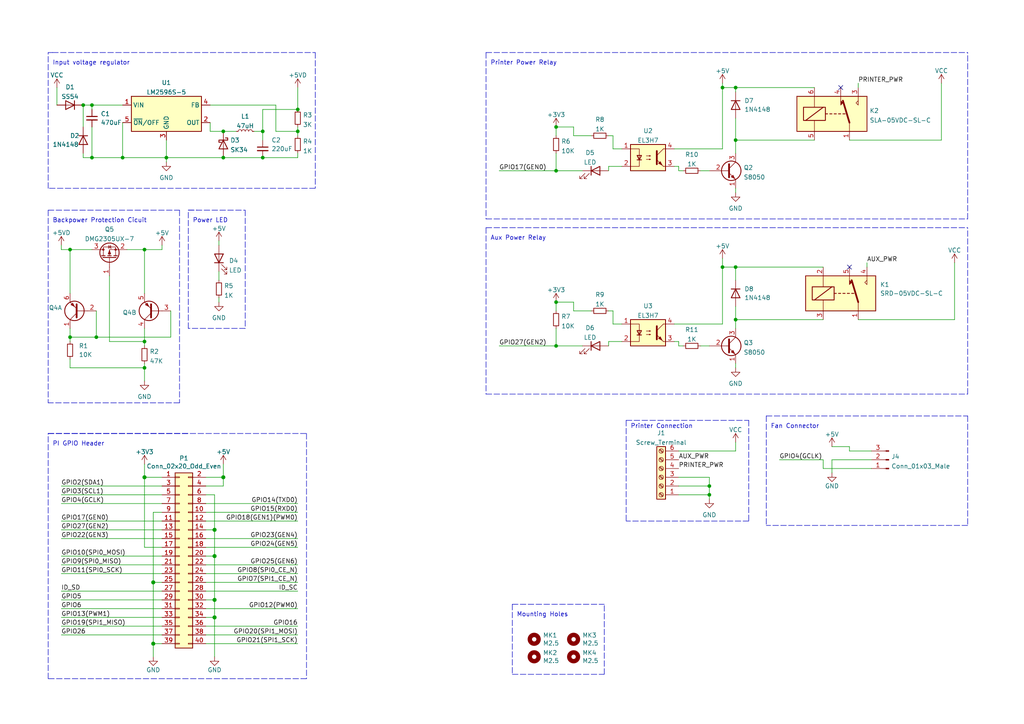
<source format=kicad_sch>
(kicad_sch (version 20211123) (generator eeschema)
  (paper "A4")
  (title_block (title "3D Printer Power HAT") (date "2022-01-21") (rev "1.0"))
  (lib_symbols
    (symbol "Connector:Conn_01x03_Male" (pin_names (offset 1.016) hide)
      (property "Reference" "J" (at 0 5.08 0))
      (property "Value" "Conn_01x03_Male" (at 0 -5.08 0))
      (symbol "Conn_01x03_Male_1_1"
        (pin passive line (at 5.08 2.54 180) (length 3.81) (name "Pin_1") (number "1"))
        (pin passive line (at 5.08 0 180) (length 3.81) (name "Pin_2") (number "2"))
        (pin passive line (at 5.08 -2.54 180) (length 3.81) (name "Pin_3") (number "3"))
      )
    )
    (symbol "Connector:Screw_Terminal_01x06" (pin_names (offset 1.016) hide)
      (property "Reference" "J" (at 0 7.62 0))
      (property "Value" "Screw_Terminal_01x06" (at 0 -10.16 0))
      (symbol "Screw_Terminal_01x06_1_1"
        (pin passive line (at -5.08 5.08 0) (length 3.81) (name "Pin_1") (number "1"))
        (pin passive line (at -5.08 2.54 0) (length 3.81) (name "Pin_2") (number "2"))
        (pin passive line (at -5.08 0 0) (length 3.81) (name "Pin_3") (number "3"))
        (pin passive line (at -5.08 -2.54 0) (length 3.81) (name "Pin_4") (number "4"))
        (pin passive line (at -5.08 -5.08 0) (length 3.81) (name "Pin_5") (number "5"))
        (pin passive line (at -5.08 -7.62 0) (length 3.81) (name "Pin_6") (number "6"))
      )
    )
    (symbol "Connector_Generic:Conn_02x20_Odd_Even" (pin_names (offset 1.016) hide)
      (property "Reference" "P1" (at 1.27 28.3718 0))
      (property "Value" "Conn_02x20_Odd_Even" (at 1.27 26.0604 0))
      (symbol "Conn_02x20_Odd_Even_1_1"
        (pin power_out line (at -5.08 22.86 0) (length 3.81) (name "Pin_1") (number "1"))
        (pin passive line (at 7.62 12.7 180) (length 3.81) (name "Pin_10") (number "10"))
        (pin passive line (at -5.08 10.16 0) (length 3.81) (name "Pin_11") (number "11"))
        (pin passive line (at 7.62 10.16 180) (length 3.81) (name "Pin_12") (number "12"))
        (pin passive line (at -5.08 7.62 0) (length 3.81) (name "Pin_13") (number "13"))
        (pin passive line (at 7.62 7.62 180) (length 3.81) (name "Pin_14") (number "14"))
        (pin passive line (at -5.08 5.08 0) (length 3.81) (name "Pin_15") (number "15"))
        (pin passive line (at 7.62 5.08 180) (length 3.81) (name "Pin_16") (number "16"))
        (pin power_out line (at -5.08 2.54 0) (length 3.81) (name "Pin_17") (number "17"))
        (pin passive line (at 7.62 2.54 180) (length 3.81) (name "Pin_18") (number "18"))
        (pin passive line (at -5.08 0 0) (length 3.81) (name "Pin_19") (number "19"))
        (pin bidirectional line (at 7.62 22.86 180) (length 3.81) (name "Pin_2") (number "2"))
        (pin passive line (at 7.62 0 180) (length 3.81) (name "Pin_20") (number "20"))
        (pin passive line (at -5.08 -2.54 0) (length 3.81) (name "Pin_21") (number "21"))
        (pin passive line (at 7.62 -2.54 180) (length 3.81) (name "Pin_22") (number "22"))
        (pin passive line (at -5.08 -5.08 0) (length 3.81) (name "Pin_23") (number "23"))
        (pin passive line (at 7.62 -5.08 180) (length 3.81) (name "Pin_24") (number "24"))
        (pin passive line (at -5.08 -7.62 0) (length 3.81) (name "Pin_25") (number "25"))
        (pin passive line (at 7.62 -7.62 180) (length 3.81) (name "Pin_26") (number "26"))
        (pin passive line (at -5.08 -10.16 0) (length 3.81) (name "Pin_27") (number "27"))
        (pin passive line (at 7.62 -10.16 180) (length 3.81) (name "Pin_28") (number "28"))
        (pin passive line (at -5.08 -12.7 0) (length 3.81) (name "Pin_29") (number "29"))
        (pin passive line (at -5.08 20.32 0) (length 3.81) (name "Pin_3") (number "3"))
        (pin passive line (at 7.62 -12.7 180) (length 3.81) (name "Pin_30") (number "30"))
        (pin passive line (at -5.08 -15.24 0) (length 3.81) (name "Pin_31") (number "31"))
        (pin passive line (at 7.62 -15.24 180) (length 3.81) (name "Pin_32") (number "32"))
        (pin passive line (at -5.08 -17.78 0) (length 3.81) (name "Pin_33") (number "33"))
        (pin passive line (at 7.62 -17.78 180) (length 3.81) (name "Pin_34") (number "34"))
        (pin passive line (at -5.08 -20.32 0) (length 3.81) (name "Pin_35") (number "35"))
        (pin passive line (at 7.62 -20.32 180) (length 3.81) (name "Pin_36") (number "36"))
        (pin passive line (at -5.08 -22.86 0) (length 3.81) (name "Pin_37") (number "37"))
        (pin passive line (at 7.62 -22.86 180) (length 3.81) (name "Pin_38") (number "38"))
        (pin passive line (at -5.08 -25.4 0) (length 3.81) (name "Pin_39") (number "39"))
        (pin bidirectional line (at 7.62 20.32 180) (length 3.81) (name "Pin_4") (number "4"))
        (pin passive line (at 7.62 -25.4 180) (length 3.81) (name "Pin_40") (number "40"))
        (pin passive line (at -5.08 17.78 0) (length 3.81) (name "Pin_5") (number "5"))
        (pin passive line (at 7.62 17.78 180) (length 3.81) (name "Pin_6") (number "6"))
        (pin passive line (at -5.08 15.24 0) (length 3.81) (name "Pin_7") (number "7"))
        (pin passive line (at 7.62 15.24 180) (length 3.81) (name "Pin_8") (number "8"))
        (pin passive line (at -5.08 12.7 0) (length 3.81) (name "Pin_9") (number "9"))
      )
    )
    (symbol "Device:C_Small" (pin_numbers hide) (pin_names (offset 0.254) hide)
      (property "Reference" "C" (at 0.254 1.778 0))
      (property "Value" "C_Small" (at 0.254 -2.032 0))
      (symbol "C_Small_1_1"
        (pin passive line (at 0 2.54 270) (length 2.032) (name "~") (number "1"))
        (pin passive line (at 0 -2.54 90) (length 2.032) (name "~") (number "2"))
      )
    )
    (symbol "Device:D_Schottky" (pin_numbers hide) (pin_names (offset 1.016) hide)
      (property "Reference" "D" (at 0 2.54 0))
      (property "Value" "D_Schottky" (at 0 -2.54 0))
      (symbol "D_Schottky_1_1"
        (pin passive line (at -3.81 0 0) (length 2.54) (name "K") (number "1"))
        (pin passive line (at 3.81 0 180) (length 2.54) (name "A") (number "2"))
      )
    )
    (symbol "Device:LED" (pin_numbers hide) (pin_names (offset 1.016) hide)
      (property "Reference" "D" (at 0 2.54 0))
      (property "Value" "LED" (at 0 -2.54 0))
      (symbol "LED_1_1"
        (pin passive line (at -3.81 0 0) (length 2.54) (name "K") (number "1"))
        (pin passive line (at 3.81 0 180) (length 2.54) (name "A") (number "2"))
      )
    )
    (symbol "Device:L_Small" (pin_numbers hide) (pin_names (offset 0.254) hide)
      (property "Reference" "L" (at 0.762 1.016 0))
      (property "Value" "L_Small" (at 0.762 -1.016 0))
      (symbol "L_Small_1_1"
        (pin passive line (at 0 2.54 270) (length 0.508) (name "~") (number "1"))
        (pin passive line (at 0 -2.54 90) (length 0.508) (name "~") (number "2"))
      )
    )
    (symbol "Device:Q_Dual_PNP_PNP_C1B1B2C2E2E1" (pin_names (offset 0) hide)
      (property "Reference" "Q" (at 5.08 1.27 0))
      (property "Value" "Q_Dual_PNP_PNP_C1B1B2C2E2E1" (at 5.08 -1.27 0))
      (symbol "Q_Dual_PNP_PNP_C1B1B2C2E2E1_1_1"
        (pin passive line (at 2.54 5.08 270) (length 2.54) (name "C1") (number "1"))
        (pin input line (at -5.08 0 0) (length 2.54) (name "B1") (number "2"))
        (pin passive line (at 2.54 -5.08 90) (length 2.54) (name "E1") (number "6"))
      )
      (symbol "Q_Dual_PNP_PNP_C1B1B2C2E2E1_2_1"
        (pin input line (at -5.08 0 0) (length 2.54) (name "B2") (number "3"))
        (pin passive line (at 2.54 5.08 270) (length 2.54) (name "C2") (number "4"))
        (pin passive line (at 2.54 -5.08 90) (length 2.54) (name "E2") (number "5"))
      )
    )
    (symbol "Device:R_Small" (pin_numbers hide) (pin_names (offset 0.254) hide)
      (property "Reference" "R" (at 0.762 0.508 0))
      (property "Value" "R_Small" (at 0.762 -1.016 0))
      (symbol "R_Small_1_1"
        (pin passive line (at 0 2.54 270) (length 0.762) (name "~") (number "1"))
        (pin passive line (at 0 -2.54 90) (length 0.762) (name "~") (number "2"))
      )
    )
    (symbol "Diode:LL4148" (pin_numbers hide) (pin_names (offset 1.016) hide)
      (property "Reference" "D" (at 0 2.54 0))
      (property "Value" "LL4148" (at 0 -2.54 0))
      (symbol "LL4148_1_1"
        (pin passive line (at -3.81 0 0) (length 2.54) (name "K") (number "1"))
        (pin passive line (at 3.81 0 180) (length 2.54) (name "A") (number "2"))
      )
    )
    (symbol "Isolator:PC817" (pin_names (offset 1.016))
      (property "Reference" "U" (at -5.08 5.08 0))
      (property "Value" "PC817" (at 0 5.08 0))
      (symbol "PC817_1_1"
        (pin passive line (at -7.62 2.54 0) (length 2.54) (name "~") (number "1"))
        (pin passive line (at -7.62 -2.54 0) (length 2.54) (name "~") (number "2"))
        (pin passive line (at 7.62 -2.54 180) (length 2.54) (name "~") (number "3"))
        (pin passive line (at 7.62 2.54 180) (length 2.54) (name "~") (number "4"))
      )
    )
    (symbol "Library:SLA-05VDC-SL-C" (pin_names (offset 0.762))
      (property "Reference" "K" (at 29.21 7.62 0))
      (property "Value" "SLA-05VDC-SL-C" (at 29.21 5.08 0))
      (symbol "SLA-05VDC-SL-C_1_1"
        (pin passive line (at 21.59 -11.43 90) (length 2.54) (name "~") (number "1"))
        (pin passive line (at 21.59 -11.43 90) (length 2.54) hide (name "~") (number "2"))
        (pin passive line (at 24.13 3.81 270) (length 2.54) (name "") (number "3"))
        (pin passive line (at 19.05 3.81 270) (length 2.54) (name "~") (number "4"))
        (pin passive line (at 11.43 -11.43 90) (length 2.54) (name "~") (number "5"))
        (pin passive line (at 11.43 3.81 270) (length 2.54) (name "~") (number "6"))
      )
    )
    (symbol "Library:SRD-05VDC-SL-C" (pin_names (offset 0.762))
      (property "Reference" "K" (at 19.05 12.7 0))
      (property "Value" "SRD-05VDC-SL-C" (at 19.05 10.16 0))
      (symbol "SRD-05VDC-SL-C_1_1"
        (pin passive line (at 10.16 -5.08 90) (length 2.54) (name "~") (number "1"))
        (pin passive line (at 0 10.16 270) (length 2.54) (name "~") (number "2"))
        (pin passive line (at 0 -5.08 90) (length 2.54) (name "~") (number "3"))
        (pin passive line (at 12.7 10.16 270) (length 2.54) (name "~") (number "4"))
        (pin passive line (at 7.62 10.16 270) (length 2.54) (name "~") (number "5"))
      )
    )
    (symbol "Mechanical:MountingHole" (pin_names (offset 1.016))
      (property "Reference" "H" (at 0 5.08 0))
      (property "Value" "MountingHole" (at 0 3.175 0))
    )
    (symbol "Regulator_Switching:LM2596S-5"
      (property "Reference" "U" (at -10.16 6.35 0))
      (property "Value" "LM2596S-5" (at 0 6.35 0))
      (symbol "LM2596S-5_1_1"
        (pin power_in line (at -12.7 2.54 0) (length 2.54) (name "VIN") (number "1"))
        (pin output line (at 12.7 -2.54 180) (length 2.54) (name "OUT") (number "2"))
        (pin power_in line (at 0 -7.62 90) (length 2.54) (name "GND") (number "3"))
        (pin input line (at 12.7 2.54 180) (length 2.54) (name "FB") (number "4"))
        (pin input line (at -12.7 -2.54 0) (length 2.54) (name "~{ON}/OFF") (number "5"))
      )
    )
    (symbol "Transistor_BJT:S8050" (pin_names (offset 0) hide)
      (property "Reference" "Q" (at 5.08 1.905 0))
      (property "Value" "S8050" (at 5.08 0 0))
      (symbol "S8050_1_1"
        (pin passive line (at 2.54 -5.08 90) (length 2.54) (name "E") (number "1"))
        (pin input line (at -5.08 0 0) (length 5.08) (name "B") (number "2"))
        (pin passive line (at 2.54 5.08 270) (length 2.54) (name "C") (number "3"))
      )
    )
    (symbol "Transistor_FET:TP0610T" (pin_names hide)
      (property "Reference" "Q" (at 5.08 1.905 0))
      (property "Value" "TP0610T" (at 5.08 0 0))
      (symbol "TP0610T_1_1"
        (pin input line (at -5.08 0 0) (length 2.54) (name "G") (number "1"))
        (pin passive line (at 2.54 -5.08 90) (length 2.54) (name "S") (number "2"))
        (pin passive line (at 2.54 5.08 270) (length 2.54) (name "D") (number "3"))
      )
    )
    (symbol "power:+3.3V" (power) (pin_names (offset 0))
      (property "Value" "+3.3V" (at 0 3.556 0))
      (symbol "+3.3V_1_1"
        (pin power_in line (at 0 0 90) (length 0) hide (name "+3V3") (number "1"))
      )
    )
    (symbol "power:+5V" (power) (pin_names (offset 0))
      (property "Value" "+5V" (at 0 3.556 0))
      (symbol "+5V_1_1"
        (pin power_in line (at 0 0 90) (length 0) hide (name "+5V") (number "1"))
      )
    )
    (symbol "power:+5VD" (power) (pin_names (offset 0))
      (property "Value" "+5VD" (at 0 3.556 0))
      (symbol "+5VD_1_1"
        (pin power_in line (at 0 0 90) (length 0) hide (name "+5VD") (number "1"))
      )
    )
    (symbol "power:GND" (power) (pin_names (offset 0))
      (property "Value" "GND" (at 0 -3.81 0))
      (symbol "GND_1_1"
        (pin power_in line (at 0 0 270) (length 0) hide (name "GND") (number "1"))
      )
    )
    (symbol "power:VCC" (power) (pin_names (offset 0))
      (property "Value" "VCC" (at 0 3.81 0))
      (symbol "VCC_1_1"
        (pin power_in line (at 0 0 90) (length 0) hide (name "VCC") (number "1"))
      )
    )
  )
  (junction (at 64.77 45.72))
  (junction (at 41.91 106.68))
  (junction (at 205.74 143.51))
  (junction (at 48.26 45.72))
  (junction (at 20.32 72.39))
  (junction (at 62.23 153.67) (diameter 1.016))
  (junction (at 205.74 140.97))
  (junction (at 209.55 77.47))
  (junction (at 62.23 161.29) (diameter 1.016))
  (junction (at 161.29 49.53))
  (junction (at 64.77 38.1))
  (junction (at 213.36 92.71))
  (junction (at 44.45 186.69) (diameter 1.016))
  (junction (at 213.36 77.47))
  (junction (at 86.36 38.1))
  (junction (at 20.32 97.79))
  (junction (at 76.2 38.1))
  (junction (at 44.45 168.91) (diameter 1.016))
  (junction (at 62.23 179.07) (diameter 1.016))
  (junction (at 41.91 138.43) (diameter 1.016))
  (junction (at 26.67 45.72))
  (junction (at 26.67 30.48))
  (junction (at 76.2 45.72))
  (junction (at 213.36 25.4))
  (junction (at 24.13 30.48))
  (junction (at 41.91 72.39))
  (junction (at 86.36 31.75))
  (junction (at 161.29 87.63))
  (junction (at 161.29 36.83))
  (junction (at 64.77 138.43) (diameter 1.016))
  (junction (at 209.55 25.4))
  (junction (at 213.36 40.64))
  (junction (at 161.29 100.33))
  (junction (at 35.56 45.72))
  (junction (at 41.91 99.06))
  (junction (at 27.94 97.79))
  (junction (at 62.23 173.99) (diameter 1.016))
  (no_connect (at 243.84 25.4))
  (no_connect (at 246.38 77.47))
  (wire (pts (xy 213.36 92.71) (xy 238.76 92.71)))
  (wire (pts (xy 20.32 72.39) (xy 20.32 85.09)))
  (polyline (pts (xy 88.9 125.73) (xy 88.9 196.85)))
  (wire (pts (xy 80.01 38.1) (xy 86.36 38.1)))
  (polyline (pts (xy 280.67 152.4) (xy 222.25 152.4)))
  (polyline (pts (xy 175.26 195.58) (xy 175.26 175.26)))
  (polyline (pts (xy 52.07 116.84) (xy 13.97 116.84)))
  (wire (pts (xy 41.91 138.43) (xy 46.99 138.43)))
  (wire (pts (xy 246.38 130.81) (xy 252.73 130.81)))
  (polyline (pts (xy 140.97 114.3) (xy 280.67 114.3)))
  (wire (pts (xy 73.66 38.1) (xy 76.2 38.1)))
  (wire (pts (xy 166.37 87.63) (xy 161.29 87.63)))
  (wire (pts (xy 176.53 39.37) (xy 177.8 39.37)))
  (wire (pts (xy 59.69 181.61) (xy 86.36 181.61)))
  (wire (pts (xy 144.78 100.33) (xy 161.29 100.33)))
  (wire (pts (xy 64.77 138.43) (xy 64.77 140.97)))
  (wire (pts (xy 213.36 40.64) (xy 236.22 40.64)))
  (wire (pts (xy 64.77 45.72) (xy 76.2 45.72)))
  (wire (pts (xy 36.83 72.39) (xy 41.91 72.39)))
  (wire (pts (xy 196.85 48.26) (xy 195.58 48.26)))
  (wire (pts (xy 41.91 72.39) (xy 46.99 72.39)))
  (wire (pts (xy 62.23 153.67) (xy 62.23 161.29)))
  (wire (pts (xy 27.94 90.17) (xy 27.94 97.79)))
  (wire (pts (xy 166.37 90.17) (xy 166.37 87.63)))
  (wire (pts (xy 59.69 146.05) (xy 86.36 146.05)))
  (wire (pts (xy 27.94 97.79) (xy 20.32 97.79)))
  (polyline (pts (xy 140.97 63.5) (xy 280.67 63.5)))
  (wire (pts (xy 16.51 25.4) (xy 16.51 30.48)))
  (polyline (pts (xy 54.61 60.96) (xy 71.12 60.96)))
  (polyline (pts (xy 222.25 120.65) (xy 280.67 120.65)))
  (wire (pts (xy 60.96 30.48) (xy 80.01 30.48)))
  (wire (pts (xy 203.2 49.53) (xy 205.74 49.53)))
  (wire (pts (xy 198.12 49.53) (xy 196.85 49.53)))
  (polyline (pts (xy 140.97 15.24) (xy 280.67 15.24)))
  (wire (pts (xy 213.36 92.71) (xy 213.36 95.25)))
  (wire (pts (xy 86.36 45.72) (xy 76.2 45.72)))
  (wire (pts (xy 198.12 100.33) (xy 196.85 100.33)))
  (wire (pts (xy 209.55 74.93) (xy 209.55 77.47)))
  (wire (pts (xy 86.36 44.45) (xy 86.36 45.72)))
  (wire (pts (xy 176.53 90.17) (xy 177.8 90.17)))
  (polyline (pts (xy 280.67 114.3) (xy 280.67 66.04)))
  (polyline (pts (xy 13.97 196.85) (xy 13.97 125.73)))
  (wire (pts (xy 49.53 97.79) (xy 27.94 97.79)))
  (wire (pts (xy 62.23 143.51) (xy 59.69 143.51)))
  (wire (pts (xy 273.05 40.64) (xy 246.38 40.64)))
  (wire (pts (xy 59.69 176.53) (xy 86.36 176.53)))
  (polyline (pts (xy 148.59 195.58) (xy 175.26 195.58)))
  (wire (pts (xy 17.78 163.83) (xy 46.99 163.83)))
  (wire (pts (xy 273.05 24.13) (xy 273.05 40.64)))
  (wire (pts (xy 251.46 76.2) (xy 251.46 77.47)))
  (wire (pts (xy 195.58 93.98) (xy 209.55 93.98)))
  (wire (pts (xy 176.53 100.33) (xy 176.53 99.06)))
  (wire (pts (xy 46.99 171.45) (xy 17.78 171.45)))
  (wire (pts (xy 171.45 90.17) (xy 166.37 90.17)))
  (wire (pts (xy 62.23 153.67) (xy 59.69 153.67)))
  (wire (pts (xy 241.3 133.35) (xy 252.73 133.35)))
  (wire (pts (xy 205.74 144.78) (xy 205.74 143.51)))
  (wire (pts (xy 41.91 138.43) (xy 41.91 158.75)))
  (wire (pts (xy 17.78 173.99) (xy 46.99 173.99)))
  (wire (pts (xy 24.13 45.72) (xy 26.67 45.72)))
  (wire (pts (xy 205.74 143.51) (xy 196.85 143.51)))
  (wire (pts (xy 24.13 30.48) (xy 24.13 36.83)))
  (wire (pts (xy 26.67 45.72) (xy 35.56 45.72)))
  (wire (pts (xy 238.76 135.89) (xy 252.73 135.89)))
  (wire (pts (xy 64.77 38.1) (xy 68.58 38.1)))
  (wire (pts (xy 171.45 39.37) (xy 166.37 39.37)))
  (polyline (pts (xy 13.97 54.61) (xy 13.97 15.24)))
  (polyline (pts (xy 280.67 120.65) (xy 280.67 152.4)))
  (wire (pts (xy 44.45 148.59) (xy 46.99 148.59)))
  (wire (pts (xy 213.36 34.29) (xy 213.36 40.64)))
  (wire (pts (xy 62.23 161.29) (xy 59.69 161.29)))
  (wire (pts (xy 46.99 140.97) (xy 17.78 140.97)))
  (wire (pts (xy 59.69 186.69) (xy 86.36 186.69)))
  (wire (pts (xy 63.5 78.74) (xy 63.5 81.28)))
  (polyline (pts (xy 181.61 121.92) (xy 181.61 151.13)))
  (wire (pts (xy 76.2 38.1) (xy 76.2 31.75)))
  (polyline (pts (xy 71.12 95.25) (xy 54.61 95.25)))
  (polyline (pts (xy 13.97 125.73) (xy 88.9 125.73)))
  (wire (pts (xy 196.85 99.06) (xy 195.58 99.06)))
  (wire (pts (xy 213.36 25.4) (xy 209.55 25.4)))
  (wire (pts (xy 20.32 104.14) (xy 20.32 106.68)))
  (wire (pts (xy 41.91 95.25) (xy 41.91 99.06)))
  (wire (pts (xy 241.3 133.35) (xy 241.3 137.16)))
  (wire (pts (xy 17.78 181.61) (xy 46.99 181.61)))
  (wire (pts (xy 17.78 156.21) (xy 46.99 156.21)))
  (wire (pts (xy 31.75 99.06) (xy 41.91 99.06)))
  (polyline (pts (xy 148.59 175.26) (xy 148.59 195.58)))
  (polyline (pts (xy 13.97 15.24) (xy 15.24 15.24)))
  (wire (pts (xy 196.85 49.53) (xy 196.85 48.26)))
  (wire (pts (xy 161.29 95.25) (xy 161.29 100.33)))
  (wire (pts (xy 59.69 168.91) (xy 86.36 168.91)))
  (wire (pts (xy 17.78 184.15) (xy 46.99 184.15)))
  (wire (pts (xy 205.74 138.43) (xy 205.74 140.97)))
  (wire (pts (xy 166.37 39.37) (xy 166.37 36.83)))
  (wire (pts (xy 46.99 72.39) (xy 46.99 71.12)))
  (wire (pts (xy 20.32 106.68) (xy 41.91 106.68)))
  (polyline (pts (xy 217.17 121.92) (xy 217.17 151.13)))
  (wire (pts (xy 41.91 72.39) (xy 41.91 85.09)))
  (wire (pts (xy 213.36 88.9) (xy 213.36 92.71)))
  (wire (pts (xy 76.2 38.1) (xy 76.2 40.64)))
  (wire (pts (xy 59.69 158.75) (xy 86.36 158.75)))
  (wire (pts (xy 166.37 36.83) (xy 161.29 36.83)))
  (wire (pts (xy 213.36 130.81) (xy 213.36 128.27)))
  (wire (pts (xy 41.91 158.75) (xy 46.99 158.75)))
  (wire (pts (xy 176.53 49.53) (xy 176.53 48.26)))
  (wire (pts (xy 46.99 161.29) (xy 17.78 161.29)))
  (wire (pts (xy 17.78 143.51) (xy 46.99 143.51)))
  (wire (pts (xy 62.23 173.99) (xy 62.23 179.07)))
  (wire (pts (xy 44.45 168.91) (xy 44.45 186.69)))
  (polyline (pts (xy 140.97 15.24) (xy 140.97 63.5)))
  (wire (pts (xy 76.2 31.75) (xy 86.36 31.75)))
  (wire (pts (xy 20.32 97.79) (xy 20.32 99.06)))
  (wire (pts (xy 26.67 30.48) (xy 35.56 30.48)))
  (wire (pts (xy 64.77 138.43) (xy 59.69 138.43)))
  (wire (pts (xy 41.91 106.68) (xy 41.91 110.49)))
  (wire (pts (xy 203.2 100.33) (xy 205.74 100.33)))
  (wire (pts (xy 64.77 140.97) (xy 59.69 140.97)))
  (wire (pts (xy 17.78 72.39) (xy 20.32 72.39)))
  (wire (pts (xy 177.8 93.98) (xy 180.34 93.98)))
  (wire (pts (xy 44.45 186.69) (xy 46.99 186.69)))
  (wire (pts (xy 241.3 129.54) (xy 246.38 129.54)))
  (wire (pts (xy 41.91 105.41) (xy 41.91 106.68)))
  (wire (pts (xy 26.67 36.83) (xy 26.67 45.72)))
  (wire (pts (xy 205.74 140.97) (xy 205.74 143.51)))
  (wire (pts (xy 20.32 72.39) (xy 26.67 72.39)))
  (wire (pts (xy 44.45 148.59) (xy 44.45 168.91)))
  (wire (pts (xy 209.55 24.13) (xy 209.55 25.4)))
  (wire (pts (xy 226.06 133.35) (xy 238.76 133.35)))
  (wire (pts (xy 59.69 163.83) (xy 86.36 163.83)))
  (polyline (pts (xy 13.97 60.96) (xy 52.07 60.96)))
  (wire (pts (xy 20.32 95.25) (xy 20.32 97.79)))
  (polyline (pts (xy 217.17 151.13) (xy 181.61 151.13)))
  (wire (pts (xy 48.26 40.64) (xy 48.26 45.72)))
  (wire (pts (xy 161.29 44.45) (xy 161.29 49.53)))
  (wire (pts (xy 86.36 25.4) (xy 86.36 31.75)))
  (wire (pts (xy 24.13 44.45) (xy 24.13 45.72)))
  (wire (pts (xy 62.23 143.51) (xy 62.23 153.67)))
  (wire (pts (xy 161.29 87.63) (xy 161.29 90.17)))
  (wire (pts (xy 276.86 92.71) (xy 248.92 92.71)))
  (wire (pts (xy 60.96 38.1) (xy 60.96 35.56)))
  (wire (pts (xy 62.23 173.99) (xy 59.69 173.99)))
  (wire (pts (xy 161.29 100.33) (xy 168.91 100.33)))
  (wire (pts (xy 161.29 49.53) (xy 168.91 49.53)))
  (polyline (pts (xy 52.07 60.96) (xy 52.07 116.84)))
  (wire (pts (xy 62.23 179.07) (xy 62.23 190.5)))
  (wire (pts (xy 35.56 35.56) (xy 35.56 45.72)))
  (wire (pts (xy 17.78 166.37) (xy 46.99 166.37)))
  (wire (pts (xy 62.23 179.07) (xy 59.69 179.07)))
  (wire (pts (xy 17.78 176.53) (xy 46.99 176.53)))
  (wire (pts (xy 213.36 105.41) (xy 213.36 106.68)))
  (wire (pts (xy 17.78 146.05) (xy 46.99 146.05)))
  (wire (pts (xy 80.01 30.48) (xy 80.01 38.1)))
  (wire (pts (xy 31.75 80.01) (xy 31.75 99.06)))
  (polyline (pts (xy 280.67 63.5) (xy 280.67 15.24)))
  (wire (pts (xy 213.36 25.4) (xy 236.22 25.4)))
  (polyline (pts (xy 15.24 15.24) (xy 91.44 15.24)))
  (wire (pts (xy 213.36 25.4) (xy 213.36 26.67)))
  (wire (pts (xy 248.92 24.13) (xy 248.92 25.4)))
  (wire (pts (xy 48.26 46.99) (xy 48.26 45.72)))
  (wire (pts (xy 17.78 153.67) (xy 46.99 153.67)))
  (polyline (pts (xy 54.61 95.25) (xy 54.61 60.96)))
  (polyline (pts (xy 91.44 15.24) (xy 91.44 54.61)))
  (polyline (pts (xy 71.12 60.96) (xy 71.12 95.25)))
  (wire (pts (xy 44.45 186.69) (xy 44.45 190.5)))
  (wire (pts (xy 48.26 45.72) (xy 64.77 45.72)))
  (wire (pts (xy 62.23 161.29) (xy 62.23 173.99)))
  (wire (pts (xy 59.69 148.59) (xy 86.36 148.59)))
  (wire (pts (xy 176.53 48.26) (xy 180.34 48.26)))
  (wire (pts (xy 177.8 39.37) (xy 177.8 43.18)))
  (wire (pts (xy 63.5 86.36) (xy 63.5 87.63)))
  (wire (pts (xy 246.38 129.54) (xy 246.38 130.81)))
  (wire (pts (xy 59.69 171.45) (xy 86.36 171.45)))
  (polyline (pts (xy 181.61 121.92) (xy 217.17 121.92)))
  (wire (pts (xy 41.91 134.62) (xy 41.91 138.43)))
  (wire (pts (xy 59.69 151.13) (xy 86.36 151.13)))
  (polyline (pts (xy 13.97 125.73) (xy 54.61 125.73)))
  (wire (pts (xy 41.91 99.06) (xy 41.91 100.33)))
  (wire (pts (xy 196.85 138.43) (xy 205.74 138.43)))
  (polyline (pts (xy 54.61 60.96) (xy 57.15 60.96)))
  (wire (pts (xy 238.76 133.35) (xy 238.76 135.89)))
  (wire (pts (xy 59.69 166.37) (xy 86.36 166.37)))
  (wire (pts (xy 161.29 36.83) (xy 161.29 39.37)))
  (polyline (pts (xy 13.97 60.96) (xy 13.97 116.84)))
  (wire (pts (xy 17.78 71.12) (xy 17.78 72.39)))
  (wire (pts (xy 196.85 140.97) (xy 205.74 140.97)))
  (wire (pts (xy 177.8 90.17) (xy 177.8 93.98)))
  (wire (pts (xy 63.5 69.85) (xy 63.5 71.12)))
  (wire (pts (xy 176.53 99.06) (xy 180.34 99.06)))
  (wire (pts (xy 209.55 25.4) (xy 209.55 43.18)))
  (wire (pts (xy 86.36 36.83) (xy 86.36 38.1)))
  (wire (pts (xy 59.69 156.21) (xy 86.36 156.21)))
  (wire (pts (xy 60.96 38.1) (xy 64.77 38.1)))
  (wire (pts (xy 213.36 81.28) (xy 213.36 77.47)))
  (wire (pts (xy 46.99 151.13) (xy 17.78 151.13)))
  (wire (pts (xy 144.78 49.53) (xy 161.29 49.53)))
  (wire (pts (xy 177.8 43.18) (xy 180.34 43.18)))
  (wire (pts (xy 24.13 30.48) (xy 26.67 30.48)))
  (wire (pts (xy 213.36 54.61) (xy 213.36 55.88)))
  (wire (pts (xy 213.36 77.47) (xy 238.76 77.47)))
  (polyline (pts (xy 222.25 120.65) (xy 222.25 152.4)))
  (wire (pts (xy 213.36 40.64) (xy 213.36 44.45)))
  (wire (pts (xy 86.36 38.1) (xy 86.36 39.37)))
  (wire (pts (xy 59.69 184.15) (xy 86.36 184.15)))
  (wire (pts (xy 44.45 168.91) (xy 46.99 168.91)))
  (wire (pts (xy 64.77 134.62) (xy 64.77 138.43)))
  (polyline (pts (xy 91.44 54.61) (xy 13.97 54.61)))
  (wire (pts (xy 35.56 45.72) (xy 48.26 45.72)))
  (wire (pts (xy 209.55 77.47) (xy 213.36 77.47)))
  (wire (pts (xy 26.67 30.48) (xy 26.67 31.75)))
  (wire (pts (xy 209.55 77.47) (xy 209.55 93.98)))
  (wire (pts (xy 196.85 130.81) (xy 213.36 130.81)))
  (wire (pts (xy 276.86 76.2) (xy 276.86 92.71)))
  (polyline (pts (xy 148.59 175.26) (xy 175.26 175.26)))
  (polyline (pts (xy 140.97 66.04) (xy 140.97 114.3)))
  (wire (pts (xy 195.58 43.18) (xy 209.55 43.18)))
  (wire (pts (xy 49.53 90.17) (xy 49.53 97.79)))
  (polyline (pts (xy 140.97 66.04) (xy 280.67 66.04)))
  (wire (pts (xy 196.85 100.33) (xy 196.85 99.06)))
  (wire (pts (xy 46.99 179.07) (xy 17.78 179.07)))
  (polyline (pts (xy 88.9 196.85) (xy 13.97 196.85)))
  (text "Power LED" (at 55.88 64.77 0) (effects (font (size 1.27 1.27)) (justify left bottom)))
  (text "Backpower Protection Cicuit" (at 15.24 64.77 0) (effects (font (size 1.27 1.27)) (justify left bottom)))
  (text "Input voltage regulator" (at 15.24 19.05 0) (effects (font (size 1.27 1.27)) (justify left bottom)))
  (text "Aux Power Relay" (at 142.24 69.85 0) (effects (font (size 1.27 1.27)) (justify left bottom)))
  (text "Printer Power Relay" (at 142.24 19.05 0) (effects (font (size 1.27 1.27)) (justify left bottom)))
  (text "Mounting Holes" (at 149.86 179.07 0) (effects (font (size 1.27 1.27)) (justify left bottom)))
  (text "Fan Connector" (at 223.52 124.46 0) (effects (font (size 1.27 1.27)) (justify left bottom)))
  (text "Printer Connection" (at 182.88 124.46 0) (effects (font (size 1.27 1.27)) (justify left bottom)))
  (text "PI GPIO Header" (at 15.24 129.54 0) (effects (font (size 1.27 1.27)) (justify left bottom)))
  (label "GPIO5" (at 17.78 173.99 0))
  (label "GPIO13(PWM1)" (at 17.78 179.07 0))
  (label "GPIO7(SPI1_CE_N)" (at 86.36 168.91 180))
  (label "AUX_PWR" (at 251.46 76.2 0))
  (label "GPIO25(GEN6)" (at 86.36 163.83 180))
  (label "ID_SD" (at 17.78 171.45 0))
  (label "GPIO17(GEN0)" (at 17.78 151.13 0))
  (label "GPIO20(SPI1_MOSI)" (at 86.36 184.15 180))
  (label "GPIO4(GCLK)" (at 226.06 133.35 0))
  (label "GPIO15(RXD0)" (at 86.36 148.59 180))
  (label "ID_SC" (at 86.36 171.45 180))
  (label "GPIO4(GCLK)" (at 17.78 146.05 0))
  (label "AUX_PWR" (at 196.85 133.35 0))
  (label "PRINTER_PWR" (at 196.85 135.89 0))
  (label "GPIO19(SPI1_MISO)" (at 17.78 181.61 0))
  (label "GPIO16" (at 86.36 181.61 180))
  (label "GPIO21(SPI1_SCK)" (at 86.36 186.69 180))
  (label "GPIO14(TXD0)" (at 86.36 146.05 180))
  (label "GPIO3(SCL1)" (at 17.78 143.51 0))
  (label "GPIO8(SPI0_CE_N)" (at 86.36 166.37 180))
  (label "GPIO6" (at 17.78 176.53 0))
  (label "GPIO27(GEN2)" (at 17.78 153.67 0))
  (label "GPIO26" (at 17.78 184.15 0))
  (label "GPIO24(GEN5)" (at 86.36 158.75 180))
  (label "GPIO18(GEN1)(PWM0)" (at 86.36 151.13 180))
  (label "GPIO23(GEN4)" (at 86.36 156.21 180))
  (label "GPIO27(GEN2)" (at 144.78 100.33 0))
  (label "GPIO9(SPI0_MISO)" (at 17.78 163.83 0))
  (label "GPIO10(SPI0_MOSI)" (at 17.78 161.29 0))
  (label "GPIO12(PWM0)" (at 86.36 176.53 180))
  (label "GPIO2(SDA1)" (at 17.78 140.97 0))
  (label "PRINTER_PWR" (at 248.92 24.13 0))
  (label "GPIO22(GEN3)" (at 17.78 156.21 0))
  (label "GPIO11(SPI0_SCK)" (at 17.78 166.37 0))
  (label "GPIO17(GEN0)" (at 144.78 49.53 0))
  (symbol (lib_id "power:+5V") (at 64.77 134.62 0) (unit 1)
    (property "Reference" "#PWR01" (effects hide))
    (property "Value" "+5V" (at 64.77 131.064 0))
  )
  (symbol (lib_id "power:+3.3V") (at 41.91 134.62 0) (unit 1)
    (property "Reference" "#PWR04" (effects hide))
    (property "Value" "+3.3V" (at 41.91 131.064 0))
  )
  (symbol (lib_id "power:GND") (at 62.23 190.5 0) (unit 1)
    (property "Reference" "#PWR02" (effects hide))
    (property "Value" "GND" (at 62.23 194.31 0))
  )
  (symbol (lib_id "power:GND") (at 44.45 190.5 0) (unit 1)
    (property "Reference" "#PWR03" (effects hide))
    (property "Value" "GND" (at 44.45 194.31 0))
  )
  (symbol (lib_id "Mechanical:MountingHole") (at 154.94 185.42 0) (unit 1)
    (property "Reference" "MK1" (at 157.48 184.2516 0) (effects (justify left)))
    (property "Value" "M2.5" (at 157.48 186.563 0) (effects (justify left)))
    (property "Footprint" "MountingHole:MountingHole_2.7mm_M2.5_Pad" (effects hide))
  )
  (symbol (lib_id "Mechanical:MountingHole") (at 166.37 185.42 0) (unit 1)
    (property "Reference" "MK3" (at 168.91 184.2516 0) (effects (justify left)))
    (property "Value" "M2.5" (at 168.91 186.563 0) (effects (justify left)))
    (property "Footprint" "MountingHole:MountingHole_2.7mm_M2.5_Pad" (effects hide))
  )
  (symbol (lib_id "Mechanical:MountingHole") (at 154.94 190.5 0) (unit 1)
    (property "Reference" "MK2" (at 157.48 189.3316 0) (effects (justify left)))
    (property "Value" "M2.5" (at 157.48 191.643 0) (effects (justify left)))
    (property "Footprint" "MountingHole:MountingHole_2.7mm_M2.5_Pad" (effects hide))
  )
  (symbol (lib_id "Mechanical:MountingHole") (at 166.37 190.5 0) (unit 1)
    (property "Reference" "MK4" (at 168.91 189.3316 0) (effects (justify left)))
    (property "Value" "M2.5" (at 168.91 191.643 0) (effects (justify left)))
    (property "Footprint" "MountingHole:MountingHole_2.7mm_M2.5_Pad" (effects hide))
  )
  (symbol (lib_id "Connector_Generic:Conn_02x20_Odd_Even") (at 52.07 161.29 0) (unit 1)
    (property "Reference" "P1" (at 53.34 132.9182 0))
    (property "Value" "Conn_02x20_Odd_Even" (at 53.34 135.2296 0))
    (property "Footprint" "Connector_PinSocket_2.54mm:PinSocket_2x20_P2.54mm_Vertical" (effects hide))
    (property "LCSC" "C50982" (effects hide))
    (property "Manufacturer_Name" "BOOMELE(Boom Precision Elec)" (effects hide))
    (property "Manufacturer_Part_Number" "C50982" (effects hide))
    (property "JLCPCB_IGNORE" "IGNORE" (effects hide))
  )
  (symbol (lib_id "Device:Q_Dual_PNP_PNP_C1B1B2C2E2E1") (at 44.45 90.17 180) (unit 2)
    (property "Reference" "Q4" (at 39.5986 90.649 0) (effects (justify left)))
    (property "Value" "Q_Dual_PNP_PNP_C1B1B2C2E2E1" (effects hide))
    (property "Footprint" "Package_TO_SOT_SMD:SOT-23-6" (effects hide))
    (property "Datasheet" "https://www.diodes.com/assets/Datasheets/ds30437.pdf" (effects hide))
    (property "LCSC" "C154733" (effects hide))
    (property "Manufacturer_Name" "Diodes Inc." (effects hide))
    (property "Manufacturer_Part_Number" "DMMT5401-7-F" (effects hide))
  )
  (symbol (lib_id "Device:L_Small") (at 71.12 38.1 90) (unit 1)
    (property "Reference" "L1" (at 71.12 33.7525 90))
    (property "Value" "47uH" (at 71.12 36.5276 90))
    (property "Footprint" "Inductor_SMD:L_10.4x10.4_H4.8" (effects hide))
    (property "LCSC" "C182153" (effects hide))
    (property "Manufacturer_Name" "Sunltech Tech" (effects hide))
    (property "Manufacturer_Part_Number" "SLO1040H470MTT" (effects hide))
  )
  (symbol (lib_id "Diode:LL4148") (at 213.36 30.48 270) (unit 1)
    (property "Reference" "D7" (at 215.9 29.21 90) (effects (justify left)))
    (property "Value" "1N4148" (at 215.9 31.75 90) (effects (justify left)))
    (property "Footprint" "Diode_SMD:D_MiniMELF" (effects hide))
    (property "Datasheet" "http://www.vishay.com/docs/85557/ll4148.pdf" (effects hide))
    (property "LCSC" "C81598" (effects hide))
    (property "Manufacturer_Name" "ST(Semtech)" (effects hide))
    (property "Manufacturer_Part_Number" "1N4148W" (effects hide))
  )
  (symbol (lib_id "power:+3.3V") (at 161.29 87.63 0) (unit 1)
    (property "Reference" "#PWR08" (effects hide))
    (property "Value" "+3.3V" (at 161.29 84.074 0))
  )
  (symbol (lib_id "power:+3.3V") (at 161.29 36.83 0) (unit 1)
    (property "Reference" "#PWR07" (effects hide))
    (property "Value" "+3.3V" (at 161.29 33.274 0))
  )
  (symbol (lib_id "power:+5VD") (at 17.78 71.12 0) (unit 1)
    (property "Reference" "#PWR0110" (effects hide))
    (property "Value" "+5VD" (at 17.78 67.5155 0))
  )
  (symbol (lib_id "Device:C_Small") (at 26.67 34.29 0) (unit 1)
    (property "Reference" "C1" (at 29.21 33.02 0) (effects (justify left)))
    (property "Value" "470uF" (at 29.21 35.56 0) (effects (justify left)))
    (property "Footprint" "Capacitor_THT:CP_Radial_D10.0mm_P5.00mm" (effects hide))
    (property "LCSC" "C269963" (effects hide))
    (property "Manufacturer_Name" "Ymin" (effects hide))
    (property "Manufacturer_Part_Number" "OGPE1601H471MF" (effects hide))
  )
  (symbol (lib_id "Diode:LL4148") (at 20.32 30.48 180) (unit 1)
    (property "Reference" "D1" (at 20.32 25.2435 0))
    (property "Value" "SS54" (at 20.32 28.0186 0))
    (property "Footprint" "Diode_SMD:D_MiniMELF" (effects hide))
    (property "Datasheet" "http://www.vishay.com/docs/85557/ll4148.pdf" (effects hide))
    (property "LCSC" "C22452" (effects hide))
    (property "Manufacturer_Name" "MDD（Microdiode Electronics）" (effects hide))
    (property "Manufacturer_Part_Number" "SS54" (effects hide))
  )
  (symbol (lib_id "power:+5V") (at 241.3 129.54 0) (unit 1)
    (property "Reference" "#PWR0112" (effects hide))
    (property "Value" "+5V" (at 241.3 125.984 0))
  )
  (symbol (lib_id "Device:C_Small") (at 76.2 43.18 0) (unit 1)
    (property "Reference" "C2" (at 78.74 40.64 0) (effects (justify left)))
    (property "Value" "220uF" (at 78.74 43.18 0) (effects (justify left)))
    (property "Footprint" "Capacitor_Tantalum_SMD:CP_EIA-7343-30_AVX-N" (effects hide))
    (property "LCSC" "C8024" (effects hide))
    (property "Manufacturer_Name" "AVX" (effects hide))
    (property "Manufacturer_Part_Number" "TAJD227K010RNJ" (effects hide))
    (property "JLCPCB_CORRECTION" "0;0;180" (effects hide))
  )
  (symbol (lib_id "Transistor_BJT:S8050") (at 210.82 49.53 0) (unit 1)
    (property "Reference" "Q2" (at 215.6714 48.6215 0) (effects (justify left)))
    (property "Value" "S8050" (at 215.6714 51.3966 0) (effects (justify left)))
    (property "Footprint" "Package_TO_SOT_SMD:SOT-23" (effects hide))
    (property "Datasheet" "http://www.unisonic.com.tw/datasheet/S8050.pdf" (effects hide))
    (property "LCSC" "C2146" (effects hide))
    (property "Manufacturer_Name" "Changjiang Electronics Tech (CJ)" (effects hide))
    (property "Manufacturer_Part_Number" "S8050 J3Y" (effects hide))
    (property "JLCPCB_CORRECTION" "0;0;180" (effects hide))
  )
  (symbol (lib_id "Device:R_Small") (at 41.91 102.87 0) (unit 1)
    (property "Reference" "R2" (at 43.4086 101.9615 0) (effects (justify left)))
    (property "Value" "47K" (at 43.4086 104.7366 0) (effects (justify left)))
    (property "Footprint" "Resistor_SMD:R_0603_1608Metric" (effects hide))
    (property "LCSC" "C25819" (effects hide))
    (property "Manufacturer_Name" "UNI-ROYAL(Uniroyal Elec)" (effects hide))
    (property "Manufacturer_Part_Number" "0603WAF4702T5E" (effects hide))
  )
  (symbol (lib_id "power:VCC") (at 16.51 25.4 0) (unit 1)
    (property "Reference" "#PWR0102" (effects hide))
    (property "Value" "VCC" (at 16.51 21.7955 0))
  )
  (symbol (lib_id "Device:R_Small") (at 200.66 100.33 90) (unit 1)
    (property "Reference" "R11" (at 200.66 95.6269 90))
    (property "Value" "1K" (at 200.66 98.402 90))
    (property "Footprint" "Resistor_SMD:R_0603_1608Metric" (effects hide))
    (property "LCSC" "C21190" (effects hide))
    (property "Manufacturer_Name" "UNI-ROYAL(Uniroyal Elec)" (effects hide))
    (property "Manufacturer_Part_Number" "0603WAF1001T5E" (effects hide))
  )
  (symbol (lib_id "Device:LED") (at 63.5 74.93 90) (unit 1)
    (property "Reference" "D4" (at 66.421 75.609 90) (effects (justify right)))
    (property "Value" "LED" (at 66.421 78.3841 90) (effects (justify right)))
    (property "Footprint" "LED_SMD:LED_0603_1608Metric" (effects hide))
    (property "LCSC" "C72043" (effects hide))
    (property "Manufacturer_Name" "Everlight Elec" (effects hide))
    (property "Manufacturer_Part_Number" "19-217/GHC-YR1S2/3T" (effects hide))
  )
  (symbol (lib_id "Transistor_BJT:S8050") (at 210.82 100.33 0) (unit 1)
    (property "Reference" "Q3" (at 215.6714 99.4215 0) (effects (justify left)))
    (property "Value" "S8050" (at 215.6714 102.1966 0) (effects (justify left)))
    (property "Footprint" "Package_TO_SOT_SMD:SOT-23" (effects hide))
    (property "Datasheet" "http://www.unisonic.com.tw/datasheet/S8050.pdf" (effects hide))
    (property "LCSC" "C2146" (effects hide))
    (property "Manufacturer_Name" "Changjiang Electronics Tech (CJ)" (effects hide))
    (property "Manufacturer_Part_Number" "S8050 J3Y" (effects hide))
    (property "JLCPCB_CORRECTION" "0;0;180" (effects hide))
  )
  (symbol (lib_id "power:GND") (at 205.74 144.78 0) (unit 1)
    (property "Reference" "#PWR05" (effects hide))
    (property "Value" "GND" (at 205.74 149.3425 0))
  )
  (symbol (lib_id "Diode:LL4148") (at 213.36 85.09 270) (unit 1)
    (property "Reference" "D8" (at 215.9 83.82 90) (effects (justify left)))
    (property "Value" "1N4148" (at 215.9 86.36 90) (effects (justify left)))
    (property "Footprint" "Diode_SMD:D_MiniMELF" (effects hide))
    (property "Datasheet" "http://www.vishay.com/docs/85557/ll4148.pdf" (effects hide))
    (property "LCSC" "C81598" (effects hide))
    (property "Manufacturer_Name" "ST(Semtech)" (effects hide))
    (property "Manufacturer_Part_Number" "1N4148W" (effects hide))
  )
  (symbol (lib_id "Library:SRD-05VDC-SL-C") (at 238.76 87.63 0) (unit 1)
    (property "Reference" "K1" (at 255.27 82.55 0) (effects (justify left)))
    (property "Value" "SRD-05VDC-SL-C" (at 255.27 85.09 0) (effects (justify left)))
    (property "Footprint" "Library:SRD-05VDC-SL-C" (effects hide))
    (property "Datasheet" "http://files.microjpm.webnode.com/200001010-dda41de9e1/Songle%20Relay%20Datasheet.pdf" (effects hide))
    (property "Description" "Relay" (effects hide))
    (property "Manufacturer_Name" "Songle Relay" (effects hide))
    (property "Manufacturer_Part_Number" "SRD-05VDC-SL-C" (effects hide))
    (property "LCSC" "C35449" (effects hide))
  )
  (symbol (lib_id "power:+5V") (at 46.99 71.12 0) (unit 1)
    (property "Reference" "#PWR0109" (effects hide))
    (property "Value" "+5V" (at 46.99 67.564 0))
  )
  (symbol (lib_id "power:VCC") (at 273.05 24.13 0) (unit 1)
    (property "Reference" "#PWR014" (effects hide))
    (property "Value" "VCC" (at 273.05 20.5255 0))
  )
  (symbol (lib_id "Device:Q_Dual_PNP_PNP_C1B1B2C2E2E1") (at 22.86 90.17 180) (unit 1)
    (property "Reference" "Q4" (at 18.0087 89.2615 0) (effects (justify left)))
    (property "Value" "Q_Dual_PNP_PNP_C1B1B2C2E2E1" (effects hide))
    (property "Footprint" "Package_TO_SOT_SMD:SOT-23-6" (effects hide))
    (property "Datasheet" "https://www.diodes.com/assets/Datasheets/ds30437.pdf" (effects hide))
    (property "LCSC" "C154733" (effects hide))
    (property "Manufacturer_Name" "Diodes Inc." (effects hide))
    (property "Manufacturer_Part_Number" "DMMT5401-7-F" (effects hide))
  )
  (symbol (lib_id "Device:R_Small") (at 63.5 83.82 0) (unit 1)
    (property "Reference" "R5" (at 64.9986 82.9115 0) (effects (justify left)))
    (property "Value" "1K" (at 64.9986 85.6866 0) (effects (justify left)))
    (property "Footprint" "Resistor_SMD:R_0603_1608Metric" (effects hide))
    (property "LCSC" "C21190" (effects hide))
    (property "Manufacturer_Name" "UNI-ROYAL(Uniroyal Elec)" (effects hide))
    (property "Manufacturer_Part_Number" "0603WAF1001T5E" (effects hide))
  )
  (symbol (lib_id "power:GND") (at 213.36 106.68 0) (unit 1)
    (property "Reference" "#PWR012" (effects hide))
    (property "Value" "GND" (at 213.36 111.2425 0))
  )
  (symbol (lib_id "power:+5V") (at 63.5 69.85 0) (unit 1)
    (property "Reference" "#PWR0106" (effects hide))
    (property "Value" "+5V" (at 63.5 66.294 0))
  )
  (symbol (lib_id "power:GND") (at 41.91 110.49 0) (unit 1)
    (property "Reference" "#PWR0108" (effects hide))
    (property "Value" "GND" (at 41.91 115.0525 0))
  )
  (symbol (lib_id "Regulator_Switching:LM2596S-5") (at 48.26 33.02 0) (unit 1)
    (property "Reference" "U1" (at 48.26 23.9735 0))
    (property "Value" "LM2596S-5" (at 48.26 26.7486 0))
    (property "Footprint" "Package_TO_SOT_SMD:TO-263-5_TabPin3" (effects hide))
    (property "Datasheet" "http://www.ti.com/lit/ds/symlink/lm2596.pdf" (effects hide))
    (property "LCSC" "C347421" (effects hide))
    (property "Manufacturer_Name" "UMW(Youtai Semiconductor Co., Ltd.)" (effects hide))
    (property "Manufacturer_Part_Number" "LM2596S-5.0" (effects hide))
  )
  (symbol (lib_id "Device:R_Small") (at 20.32 101.6 0) (unit 1)
    (property "Reference" "R1" (at 22.86 100.33 0) (effects (justify left)))
    (property "Value" "10K" (at 22.86 102.87 0) (effects (justify left)))
    (property "Footprint" "Resistor_SMD:R_0603_1608Metric" (effects hide))
    (property "LCSC" "C25804" (effects hide))
    (property "Manufacturer_Name" "UNI-ROYAL(Uniroyal Elec)" (effects hide))
    (property "Manufacturer_Part_Number" "0603WAF1002T5E" (effects hide))
  )
  (symbol (lib_id "power:GND") (at 48.26 46.99 0) (unit 1)
    (property "Reference" "#PWR0105" (effects hide))
    (property "Value" "GND" (at 48.26 51.5525 0))
  )
  (symbol (lib_id "Device:R_Small") (at 173.99 90.17 90) (unit 1)
    (property "Reference" "R9" (at 173.99 85.4669 90))
    (property "Value" "1K" (at 173.99 88.242 90))
    (property "Footprint" "Resistor_SMD:R_0603_1608Metric" (effects hide))
    (property "LCSC" "C21190" (effects hide))
    (property "Manufacturer_Name" "UNI-ROYAL(Uniroyal Elec)" (effects hide))
    (property "Manufacturer_Part_Number" "0603WAF1001T5E" (effects hide))
  )
  (symbol (lib_id "Device:R_Small") (at 86.36 41.91 0) (unit 1)
    (property "Reference" "R4" (at 87.8586 41.0015 0) (effects (justify left)))
    (property "Value" "1K" (at 87.8586 43.7766 0) (effects (justify left)))
    (property "Footprint" "Resistor_SMD:R_0603_1608Metric" (effects hide))
    (property "LCSC" "C21190" (effects hide))
    (property "Manufacturer_Name" "UNI-ROYAL(Uniroyal Elec)" (effects hide))
    (property "Manufacturer_Part_Number" "0603WAF1001T5E" (effects hide))
  )
  (symbol (lib_id "power:VCC") (at 276.86 76.2 0) (unit 1)
    (property "Reference" "#PWR013" (effects hide))
    (property "Value" "VCC" (at 276.86 72.5955 0))
  )
  (symbol (lib_id "power:VCC") (at 213.36 128.27 0) (unit 1)
    (property "Reference" "#PWR06" (effects hide))
    (property "Value" "VCC" (at 213.36 124.6655 0))
  )
  (symbol (lib_id "Isolator:PC817") (at 187.96 96.52 0) (unit 1)
    (property "Reference" "U3" (at 187.96 88.7435 0))
    (property "Value" "EL3H7" (at 187.96 91.5186 0))
    (property "Footprint" "Package_SO:SOP-4_4.4x2.6mm_P1.27mm" (effects hide))
    (property "Datasheet" "http://www.soselectronic.cz/a_info/resource/d/pc817.pdf" (effects hide))
    (property "Manufacturer_Name" "Everlight Elec" (effects hide))
    (property "Manufacturer_Part_Number" "EL3H7(B)(TA)-G" (effects hide))
    (property "LCSC" "C32565" (effects hide))
    (property "JLCPCB_CORRECTION" "0;0;180" (effects hide))
  )
  (symbol (lib_id "Library:SLA-05VDC-SL-C") (at 224.79 29.21 0) (unit 1)
    (property "Reference" "K2" (at 252.222 32.1115 0) (effects (justify left)))
    (property "Value" "SLA-05VDC-SL-C" (at 252.222 34.8866 0) (effects (justify left)))
    (property "Footprint" "Library:SLA05VDCSLC" (effects hide))
    (property "Datasheet" "https://datasheet.lcsc.com/szlcsc/Ningbo-Songle-Relay-SLA-05VDC-SL-C_C87367.pdf" (effects hide))
    (property "Description" "Relays General Purpose Non Latching 5VDC SPDT 30A (250VAC) Max Plugin RoHS" (effects hide))
    (property "Height" "20.4" (effects hide))
    (property "Manufacturer_Name" "Songle Relay" (effects hide))
    (property "Manufacturer_Part_Number" "SLA-05VDC-SL-C" (effects hide))
    (property "LCSC" "C87367" (effects hide))
  )
  (symbol (lib_id "power:+5V") (at 209.55 74.93 0) (unit 1)
    (property "Reference" "#PWR010" (effects hide))
    (property "Value" "+5V" (at 209.55 71.374 0))
  )
  (symbol (lib_id "Device:R_Small") (at 161.29 41.91 0) (unit 1)
    (property "Reference" "R6" (at 162.7886 41.0015 0) (effects (justify left)))
    (property "Value" "10K" (at 162.7886 43.7766 0) (effects (justify left)))
    (property "Footprint" "Resistor_SMD:R_0603_1608Metric" (effects hide))
    (property "LCSC" "C25804" (effects hide))
    (property "Manufacturer_Name" "UNI-ROYAL(Uniroyal Elec)" (effects hide))
    (property "Manufacturer_Part_Number" "0603WAF1002T5E" (effects hide))
  )
  (symbol (lib_id "power:+5V") (at 209.55 24.13 0) (unit 1)
    (property "Reference" "#PWR09" (effects hide))
    (property "Value" "+5V" (at 209.55 20.574 0))
  )
  (symbol (lib_id "Diode:LL4148") (at 24.13 40.64 270) (unit 1)
    (property "Reference" "D2" (at 20.32 39.37 90) (effects (justify left)))
    (property "Value" "1N4148" (at 15.24 41.91 90) (effects (justify left)))
    (property "Footprint" "Diode_SMD:D_MiniMELF" (effects hide))
    (property "Datasheet" "http://www.vishay.com/docs/85557/ll4148.pdf" (effects hide))
    (property "LCSC" "C81598" (effects hide))
    (property "Manufacturer_Name" "ST(Semtech)" (effects hide))
    (property "Manufacturer_Part_Number" "1N4148W" (effects hide))
  )
  (symbol (lib_id "Isolator:PC817") (at 187.96 45.72 0) (unit 1)
    (property "Reference" "U2" (at 187.96 37.9435 0))
    (property "Value" "EL3H7" (at 187.96 40.7186 0))
    (property "Footprint" "Package_SO:SOP-4_4.4x2.6mm_P1.27mm" (effects hide))
    (property "Datasheet" "http://www.soselectronic.cz/a_info/resource/d/pc817.pdf" (effects hide))
    (property "Manufacturer_Name" "Everlight Elec" (effects hide))
    (property "Manufacturer_Part_Number" "EL3H7(B)(TA)-G" (effects hide))
    (property "LCSC" "C32565" (effects hide))
    (property "JLCPCB_CORRECTION" "0;0;180" (effects hide))
  )
  (symbol (lib_id "Device:R_Small") (at 161.29 92.71 0) (unit 1)
    (property "Reference" "R7" (at 162.7886 91.8015 0) (effects (justify left)))
    (property "Value" "10K" (at 162.7886 94.5766 0) (effects (justify left)))
    (property "Footprint" "Resistor_SMD:R_0603_1608Metric" (effects hide))
    (property "LCSC" "C25804" (effects hide))
    (property "Manufacturer_Name" "UNI-ROYAL(Uniroyal Elec)" (effects hide))
    (property "Manufacturer_Part_Number" "0603WAF1002T5E" (effects hide))
  )
  (symbol (lib_id "power:+5VD") (at 86.36 25.4 0) (unit 1)
    (property "Reference" "#PWR0101" (effects hide))
    (property "Value" "+5VD" (at 86.36 21.7955 0))
  )
  (symbol (lib_id "power:GND") (at 63.5 87.63 0) (unit 1)
    (property "Reference" "#PWR0107" (effects hide))
    (property "Value" "GND" (at 63.5 92.1925 0))
  )
  (symbol (lib_id "Device:R_Small") (at 86.36 34.29 0) (unit 1)
    (property "Reference" "R3" (at 87.8586 33.3815 0) (effects (justify left)))
    (property "Value" "3K" (at 87.8586 36.1566 0) (effects (justify left)))
    (property "Footprint" "Resistor_SMD:R_0603_1608Metric" (effects hide))
    (property "LCSC" "C4211" (effects hide))
    (property "Manufacturer_Name" "UNI-ROYAL(Uniroyal Elec)" (effects hide))
    (property "Manufacturer_Part_Number" "0603WAF3001T5E" (effects hide))
  )
  (symbol (lib_id "Device:D_Schottky") (at 64.77 41.91 270) (unit 1)
    (property "Reference" "D3" (at 66.802 40.684 90) (effects (justify left)))
    (property "Value" "SK34" (at 66.802 43.4591 90) (effects (justify left)))
    (property "Footprint" "Diode_SMD:D_SMA" (effects hide))
    (property "LCSC" "C18895" (effects hide))
    (property "Manufacturer_Name" "MDD（Microdiode Electronics）" (effects hide))
    (property "Manufacturer_Part_Number" "SK34" (effects hide))
  )
  (symbol (lib_id "power:GND") (at 213.36 55.88 0) (unit 1)
    (property "Reference" "#PWR011" (effects hide))
    (property "Value" "GND" (at 213.36 60.4425 0))
  )
  (symbol (lib_id "Connector:Screw_Terminal_01x06") (at 191.77 138.43 180) (unit 1)
    (property "Reference" "J1" (at 191.77 125.5735 0))
    (property "Value" "Screw_Terminal" (at 191.77 128.3486 0))
    (property "Footprint" "TerminalBlock_MetzConnect:TerminalBlock_MetzConnect_Type011_RT05506HBWC_1x06_P5.00mm_Horizontal" (effects hide))
    (property "LCSC" "C192771" (effects hide))
    (property "Manufacturer_Name" "Ningbo Kangnex Elec" (effects hide))
    (property "Manufacturer_Part_Number" "WJ128V-5.0-6P" (effects hide))
    (property "JLCPCB_IGNORE" "IGNORE" (effects hide))
  )
  (symbol (lib_id "Connector:Conn_01x03_Male") (at 257.81 133.35 180) (unit 1)
    (property "Reference" "J4" (at 258.5212 132.4415 0) (effects (justify right)))
    (property "Value" "Conn_01x03_Male" (at 258.5212 135.2166 0) (effects (justify right)))
    (property "Footprint" "Connector_PinHeader_2.54mm:PinHeader_1x03_P2.54mm_Vertical" (effects hide))
    (property "LCSC" "C124376" (effects hide))
    (property "Manufacturer_Name" "Ckmtw(Shenzhen Cankemeng)" (effects hide))
    (property "Manufacturer_Part_Number" "B-2100S03P-A110" (effects hide))
    (property "JLCPCB_CORRECTION" "0;0;90" (effects hide))
    (property "JLCPCB_IGNORE" "IGNORE" (effects hide))
  )
  (symbol (lib_id "Device:LED") (at 172.72 49.53 0) (unit 1)
    (property "Reference" "D5" (at 171.1325 44.2935 0))
    (property "Value" "LED" (at 171.1325 47.0686 0))
    (property "Footprint" "LED_SMD:LED_0603_1608Metric" (effects hide))
    (property "LCSC" "C72043" (effects hide))
    (property "Manufacturer_Name" "Everlight Elec" (effects hide))
    (property "Manufacturer_Part_Number" "19-217/GHC-YR1S2/3T" (effects hide))
  )
  (symbol (lib_id "Transistor_FET:TP0610T") (at 31.75 74.93 90) (unit 1)
    (property "Reference" "Q5" (at 31.75 66.5185 90))
    (property "Value" "DMG2305UX-7" (at 31.75 69.2936 90))
    (property "Footprint" "Package_TO_SOT_SMD:SOT-23" (effects hide))
    (property "Datasheet" "http://www.vishay.com/docs/70209/70209.pdf" (effects hide))
    (property "JLCPCB_CORRECTION" "0;0;180" (effects hide))
    (property "LCSC" "C150470" (effects hide))
    (property "Manufacturer_Name" "Diodes Inc." (effects hide))
    (property "Manufacturer_Part_Number" "DMG2305UX-7" (effects hide))
  )
  (symbol (lib_id "Device:R_Small") (at 200.66 49.53 90) (unit 1)
    (property "Reference" "R10" (at 200.66 44.8269 90))
    (property "Value" "1K" (at 200.66 47.602 90))
    (property "Footprint" "Resistor_SMD:R_0603_1608Metric" (effects hide))
    (property "LCSC" "C21190" (effects hide))
    (property "Manufacturer_Name" "UNI-ROYAL(Uniroyal Elec)" (effects hide))
    (property "Manufacturer_Part_Number" "0603WAF1001T5E" (effects hide))
  )
  (symbol (lib_id "Device:LED") (at 172.72 100.33 0) (unit 1)
    (property "Reference" "D6" (at 171.1325 95.0935 0))
    (property "Value" "LED" (at 171.1325 97.8686 0))
    (property "Footprint" "LED_SMD:LED_0603_1608Metric" (effects hide))
    (property "LCSC" "C72043" (effects hide))
    (property "Manufacturer_Name" "Everlight Elec" (effects hide))
    (property "Manufacturer_Part_Number" "19-217/GHC-YR1S2/3T" (effects hide))
  )
  (symbol (lib_id "Device:R_Small") (at 173.99 39.37 90) (unit 1)
    (property "Reference" "R8" (at 173.99 34.6669 90))
    (property "Value" "1K" (at 173.99 37.442 90))
    (property "Footprint" "Resistor_SMD:R_0603_1608Metric" (effects hide))
    (property "LCSC" "C21190" (effects hide))
    (property "Manufacturer_Name" "UNI-ROYAL(Uniroyal Elec)" (effects hide))
    (property "Manufacturer_Part_Number" "0603WAF1001T5E" (effects hide))
  )
  (symbol (lib_id "power:GND") (at 241.3 137.16 0) (unit 1)
    (property "Reference" "#PWR0103" (effects hide))
    (property "Value" "GND" (at 241.3 140.97 0))
  )
)
</source>
